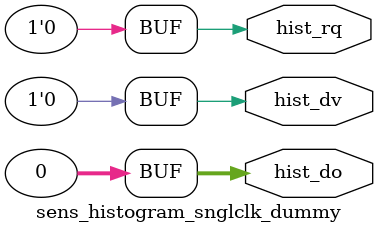
<source format=v>
/*******************************************************************************
 * Module: sens_histogram_snglclk
 * Date:2015-10-21  
 * Author: Andrey Filippov     
 * Description: Calculates per-color histogram over the specified rectangular region.
 *              Modified from the original sens_histogram to avoid using double
 *              frequency clock
 *
 * Copyright (c) 2015 Elphel, Inc.
 * sens_histogram_snglclk.v is free software; you can redistribute it and/or modify
 * it under the terms of the GNU General Public License as published by
 * the Free Software Foundation, either version 3 of the License, or
 * (at your option) any later version.
 *
 *  sens_histogram_snglclk.v is distributed in the hope that it will be useful,
 * but WITHOUT ANY WARRANTY; without even the implied warranty of
 * MERCHANTABILITY or FITNESS FOR A PARTICULAR PURPOSE.  See the
 * GNU General Public License for more details.
 *
 * You should have received a copy of the GNU General Public License
 * along with this program.  If not, see <http://www.gnu.org/licenses/> .
 *******************************************************************************/
`timescale 1ns/1ps

module  sens_histogram_snglclk #(
    parameter HISTOGRAM_RAM_MODE =     "BUF32", // valid: "NOBUF" (32-bits, no buffering - now is replaced by BUF32), "BUF18", "BUF32"
    parameter HISTOGRAM_ADDR =         'h33c,
    parameter HISTOGRAM_ADDR_MASK =    'h7fe,
    parameter HISTOGRAM_LEFT_TOP =     'h0,
    parameter HISTOGRAM_WIDTH_HEIGHT = 'h1, // 1.. 2^16, 0 - use HACT
    parameter [1:0] XOR_HIST_BAYER =  2'b00// 11 // invert bayer setting
`ifdef DEBUG_RING
        ,parameter DEBUG_CMD_LATENCY = 2 // SuppressThisWarning VEditor - not used
`endif        
    
)(
    input         mrst,      // @posedge mclk, sync reset
    input         prst,      // @posedge pclk, sync reset
    input         pclk,   // global clock input, pixel rate (96MHz for MT9P006)
//  input         pclk2x,
    input         sof,
    input         eof,
    input         hact,
    input   [7:0] hist_di, // 8-bit pixel data
    
    input         mclk,
    input         hist_en,  // @mclk - gracefully enable/disable histogram
    input         hist_rst, // @mclk - immediately disable if true
    output        hist_rq,
    input         hist_grant,
    output [31:0] hist_do,
    output reg    hist_dv,
    input   [7:0] cmd_ad,      // byte-serial command address/data (up to 6 bytes: AL-AH-D0-D1-D2-D3 
    input         cmd_stb      // strobe (with first byte) for the command a/d
//    , input         monochrome    // NOT supported in this implementation  - use software to sum
`ifdef DEBUG_RING       
    ,output                       debug_do, // output to the debug ring
     input                        debug_sl, // 0 - idle, (1,0) - shift, (1,1) - load // SuppressThisWarning VEditor - not used
     input                        debug_di  // input from the debug ring
`endif         
);
    
    localparam HIST_WIDTH = (HISTOGRAM_RAM_MODE == "BUF18") ? 18 : 32;
    reg         hist_bank_pclk;
    
    reg   [8:0] hist_rwaddr_even; // {bayer[1], pixel}
    reg   [8:0] hist_rwaddr_odd; // {bayer[1], pixel}
    
    reg         hist_bank_mclk;
    
    wire          set_left_top_w;
    wire          set_width_height_w;
     
    wire    [1:0] pio_addr;
    wire   [31:0] pio_data;
    wire          pio_stb;
    
    reg    [31:0] lt_mclk;   // left+top @ posedge mclk
    reg    [31:0] wh_mclk;   // width+height @ posedge mclk
    reg    [15:0] width_m1;  // @posedge pclk
    reg    [15:0] height_m1; // @posedge pclk 
    reg    [15:0] left;      // @posedge pclk
    reg    [15:0] top;       // @posedge pclk
    
    reg           hist_en_pclk;  // @pclk - gracefully enable/disable histogram
    reg           hist_rst_pclk; // @pclk - immediately disable if true
    reg           en;
    reg           en_new; // @ pclk - enable new frame
    
    reg           en_mclk;
    
    wire          set_left_top_pclk;
    wire          set_width_height_pclk;
//    reg           pclk_sync; // CE for pclk2x, ~=pclk
    reg           odd_pix;
    
    reg     [1:0] bayer_pclk;
    
    reg     [1:0] hact_d;
    
    reg           top_margin;   // above (before) active window
    reg           hist_done;    // @pclk single cycle
    wire          hist_done_mclk;
    reg           vert_woi;     // vertically in window TESTED ACTIVE
    reg           left_margin;  // left of (before) active window
//    reg    [2:0]  woi;          // @ pclk2x - inside WOI (and delayed
    reg    [6:0]  hor_woi;      // vertically in window and delayed
    reg    [15:0] vcntr;        // vertical (line) counter
    reg    [15:0] hcntr;        // horizontal (pixel) counter
    wire          vcntr_zero_w; // vertical counter is zero
    wire          hcntr_zero_w; // horizontal counter is zero

    reg           hist_out; // some data yet to be sent out
    reg           hist_out_d;
    reg     [2:0] hist_re;
    reg           hist_re_even;
    reg           hist_re_odd;
    reg     [9:0] hist_raddr;
    reg           hist_rq_r;
    wire          hist_xfer_done_mclk; //@ mclk
    wire          hist_xfer_done; // @pclk
    reg           hist_xfer_busy; // @pclk, during histogram readout , immediately after woi (no gaps)
    reg           wait_readout;   // only used in NOBUF mode, in outher modes readout is expected to be always finished in time
    
`ifdef DEBUG_RING
    reg    [15:0] debug_line_cntr;
    reg    [15:0] debug_lines;
`endif    
    
    assign set_left_top_w =     pio_stb && (pio_addr == HISTOGRAM_LEFT_TOP );
    assign set_width_height_w = pio_stb && (pio_addr == HISTOGRAM_WIDTH_HEIGHT );
    assign vcntr_zero_w =      !(|vcntr);
    assign hcntr_zero_w =      !(|hcntr);

    assign hist_rq = hist_rq_r;
    assign hist_xfer_done_mclk = hist_out_d && !hist_out && hist_en;

    wire       line_start_w = hact && !hact_d[0]; // // tested active
    reg        pre_first_line;
    reg        frame_active; // until done
    
`ifdef DEBUG_RING
    always @ (posedge pclk) begin
        if      (sof)          debug_line_cntr <= 0;
        else if (line_start_w) debug_line_cntr <= debug_line_cntr + 1;
        
        if      (sof)          debug_lines <= debug_line_cntr;
    end
`endif    
    
    always @ (posedge mclk) begin
        if (set_left_top_w)     lt_mclk <= pio_data;
        if (set_width_height_w) wh_mclk <= pio_data;
    end
    
    always @ (posedge pclk) begin
        if (set_left_top_pclk)     {top,left} <= lt_mclk[31:0];
        if (set_width_height_pclk) {height_m1,width_m1} <= wh_mclk[31:0];
    end
    
    // process WOI
    always @ (posedge pclk) begin
        hact_d <= {hact_d[0],hact};
        if      (!en)           pre_first_line <= 0;
        else if (sof && en_new) pre_first_line <= 1;
        else if (hact)          pre_first_line <= 0;
    
        if      (!en)                         top_margin <= 0;
        else if (sof && en_new)               top_margin <= 1;
        else if (vcntr_zero_w & line_start_w) top_margin <= 0;
        
        if (!en ||(pre_first_line && !hact))  vert_woi <= 0;
        else if (vcntr_zero_w & line_start_w) vert_woi <= top_margin;
        
        hist_done <= vert_woi && (eof || (vcntr_zero_w && line_start_w)); // hist done never asserted, line_start_w - active
        
        if   (!en || hist_done)               frame_active <= 0;
        else if (sof && en_new)               frame_active <= 1;
        
        
        if ((pre_first_line && !hact) || !frame_active) vcntr <= top;
        else if (line_start_w)                          vcntr <= vcntr_zero_w ? height_m1 : (vcntr - 1);
        
        if (!frame_active)                    left_margin <= 0;
        else if (!hact_d[0])                  left_margin <= 1;
        else if (hcntr_zero_w)                left_margin <= 0;

        // !hact_d[0] to limit by right margin if window is set wrong
        
        if (!vert_woi || wait_readout || !hact_d[0]) hor_woi[0] <= 0; // postpone WOI if reading out/erasing histogram (no-buffer mode)
        else if (hcntr_zero_w)                       hor_woi[0] <= left_margin && vert_woi;

        hor_woi[6:1] <= hor_woi[5:0];
        
        if      (!hact_d[0])                     hcntr <= left;
        else if (hcntr_zero_w && left_margin)    hcntr <= width_m1;
        else if (left_margin || hor_woi[0])      hcntr <= hcntr - 1;
        
        if      (!en)                                          hist_bank_pclk <= 0;
       //else if (hist_done && (HISTOGRAM_RAM_MODE != "NOBUF")) hist_bank_pclk <= !hist_bank_pclk;// NOT applicable in this module
        else  if (hist_done)                                   hist_bank_pclk <= !hist_bank_pclk;
        // hist_xfer_busy to extend en
        if      (!en)                      hist_xfer_busy <= 0;
        else if (hist_xfer_done)           hist_xfer_busy <= 0;
        else if (vcntr_zero_w && vert_woi) hist_xfer_busy <= 1;
        
        hist_en_pclk <= hist_en;
        hist_rst_pclk <= hist_rst;
        
        if      (hist_rst_pclk)                               en <= 0;
        else if (hist_en_pclk)                                en <= 1;
        else if (!top_margin && !vert_woi && !hist_xfer_busy) en <= 0;
        
        en_new <= !hist_rst_pclk && hist_en_pclk;

        if (!hact && hact_d[0])      bayer_pclk[1] <= !bayer_pclk[1];
        else if (pre_first_line && !hact) bayer_pclk[1] <= XOR_HIST_BAYER[1];

        if (!hact)                        bayer_pclk[0] <= XOR_HIST_BAYER[0];
        else                              bayer_pclk[0] <= ~bayer_pclk[0]; 

    end
    
//    assign hlstart = hcntr_zero_w && left_margin && hact_d[0];
    reg     [6:0] memen_even;
    reg     [6:0] memen_odd;
    wire          set_ra_even = memen_even[0];
    wire          regen_even =  memen_even[2];
    wire          set_wa_even = memen_even[5];
    wire          we_even =     memen_even[6];
    wire          set_ra_odd =  memen_odd[0];
    wire          regen_odd =   memen_odd[2];
    wire          set_wa_odd =  memen_odd[5];
    wire          we_odd =      memen_odd[6];

    reg           rwen_even; // re or we
    reg           rwen_odd; // re or we

    wire    [7:0] px_d0; // px delayed to match hor_woi (2 cycles)
    wire    [7:0] px_d2; // px delayed by 2 cycles from px_d0
    wire    [7:0] px_d4; // px delayed by 2 cycles from px_d2
    wire    [7:0] px_d5; // px delayed by 1 cycle  from px_d4
    
    reg  [HIST_WIDTH -1 :0] r0;
    reg  [HIST_WIDTH -1 :0] r1;
    reg                     r1_sat; // only used in 18-bit mode
    reg  [HIST_WIDTH -1 :0] r2;
    reg  [HIST_WIDTH -1 :0] r3;
    wire [HIST_WIDTH -1 :0] hist_new_even; // data (to increment) read from the histogram memory, even pixels
    wire [HIST_WIDTH -1 :0] hist_new_odd; // data (to increment) read from the histogram memory, odd pixels
    reg               [3:0] r_load;       // load r0-r1-r2-r3 registers
    reg                     r0_sel;     // select odd/even for r0 (other option possible)
    reg                     eq_prev_prev;    // pixel equals one before previous of the same color
    wire                    eq_prev_prev_d2; // eq_prev_prev delayed by 2 clocks to select r1 source
    reg                     eq_prev;         // pixel equals  previous of the same color
    wire                    eq_prev_d3;      // eq_prev delayed by 3 clocks to select r1 source
//    wire                    start_hor_woi = hcntr_zero_w && left_margin && vert_woi;
        
    
    // hist_di is 2 cycles ahead of hor_woi
    always @(posedge pclk) begin

        if (!hist_en_pclk || !(|hor_woi)) odd_pix <= 0;
        else                              odd_pix <= ~odd_pix;
        
        if (!hist_en_pclk || !((XOR_HIST_BAYER[0] ^ left[0])? hor_woi[1] : hor_woi[0])) memen_even[0] <= 0;
        else                                                                            memen_even[0] <= ~memen_even[0];
        
        memen_even[6:1] <= memen_even[5:0];
         
        if (!hist_en_pclk || !((XOR_HIST_BAYER[0] ^ left[0])? hor_woi[0] : hor_woi[1])) memen_odd[0]  <= 0;
        else                                                                            memen_odd[0]  <= ~memen_odd[0];
        
        memen_odd[6:1] <= memen_odd[5:0];

        if (hor_woi[1:0] == 2'b01) hist_rwaddr_even[8] <= bayer_pclk[1];
        if (hor_woi[1:0] == 2'b01) hist_rwaddr_odd[8]  <= bayer_pclk[1];
        
        if      (set_ra_even) hist_rwaddr_even[7:0] <= px_d0;
        else if (set_wa_even) hist_rwaddr_even[7:0] <= px_d5;
            
        if      (set_ra_odd)  hist_rwaddr_odd[7:0] <= px_d0;
        else if (set_wa_odd)  hist_rwaddr_odd[7:0] <= px_d5;
        
        rwen_even <= memen_even[0] || memen_even[5];
        rwen_odd  <=  memen_odd[0] ||  memen_odd[5];
        
        r_load <= {r_load[2:0], regen_even | regen_odd};
        r0_sel <= regen_odd;
        
        eq_prev_prev <= hor_woi[4] && (px_d4 == px_d0);

        eq_prev <=      hor_woi[2] && (px_d2 == px_d0);
        
        if (r_load[0]) r0 <=     eq_prev_prev_d2 ? r3 : (r0_sel ? hist_new_odd : hist_new_even);
        
        if (r_load[1]) r1 <=     eq_prev_d3 ?      r2 : r0;

        if (r_load[1]) r1_sat <= eq_prev_d3 ?  (&r2) : (&r0);
        
        if (r_load[2]) r2 <=     ((HISTOGRAM_RAM_MODE != "BUF18") || !r1_sat) ?  (r1 + 1) : r1;

        if (r_load[3]) r3 <=     r2;

    end    

    // after hist_out was off, require inactive grant before sending rq
    reg en_rq_start;
    
    always @ (posedge mclk) begin
        en_mclk <= en;
        if      (!en_mclk)       hist_out <= 0;
        else if (hist_done_mclk) hist_out <= 1;
        else if (&hist_raddr)    hist_out <= 0;
        
        hist_out_d <= hist_out;
        // reset address each time new transfer is started
        if      (!hist_out)  hist_raddr <= 0;
        else if (hist_re[0]) hist_raddr <= hist_raddr + 1;
        
// prevent starting rq if grant is still on (back-to-back)
        if      (!hist_out)   en_rq_start <= 0;
        else if (!hist_grant) en_rq_start <= 1;
        hist_rq_r <= en_mclk && hist_out && !(&hist_raddr) && en_rq_start;
        
        if      (!hist_out || (&hist_raddr[7:0])) hist_re[0] <= 0;
        else if (hist_grant)                      hist_re[0] <= 1;
        
        hist_re[2:1] <= hist_re[1:0];
//    reg           hist_re_even;
//    reg           hist_re_odd;

        if      (!hist_out || (&hist_raddr[7:0])) hist_re_even <= 0;
        else if (hist_grant && !hist_re[0])       hist_re_even <= !hist_raddr[8];
        
        if      (!hist_out || (&hist_raddr[7:0])) hist_re_odd <=  0;
        else if (hist_grant && !hist_re[0])       hist_re_odd <=  hist_raddr[8];

//        if      (!hist_out || (&hist_raddr[7:1])) hist_re_even_odd[0] <= 0;
//        else if (hist_re[0])                      hist_re_even_odd[0] <= ~hist_re_even_odd[0];
//        else if (hist_grant)                      hist_re_even_odd[0] <= 1; // hist_re[0] == 0 here
        
        if      (!en_mclk)                                               hist_bank_mclk <= 0;
        // else if (hist_xfer_done_mclk && (HISTOGRAM_RAM_MODE != "NOBUF")) hist_bank_mclk <= !hist_bank_mclk; // Not applicable in this module
        else if (hist_xfer_done_mclk)                                   hist_bank_mclk <= !hist_bank_mclk;
    
        hist_dv <= hist_re[2];
    
    end
    
    always @ (posedge pclk) begin
        if      (!en)                                          wait_readout <= 0;
        // else if ((HISTOGRAM_RAM_MODE == "NOBUF") && hist_done) wait_readout <= 1; // Not applicable in this module
        else if (hist_xfer_done)                               wait_readout <= 0;
    
    end

`ifdef DEBUG_RING
    debug_slave #(
        .SHIFT_WIDTH       (64),
        .READ_WIDTH        (64),
        .WRITE_WIDTH       (32),
        .DEBUG_CMD_LATENCY (DEBUG_CMD_LATENCY)
    ) debug_slave_i (
        .mclk       (mclk),     // input
        .mrst       (mrst),     // input
        .debug_di   (debug_di), // input
        .debug_sl   (debug_sl), // input
        .debug_do   (debug_do), // output
        .rd_data   ({debug_lines[15:0], debug_line_cntr[15:0], width_m1[15:0],  hcntr[15:0]}), // input[31:0] 
        .wr_data    (), // output[31:0]  - not used
        .stb        () // output  - not used
    );
`endif
    
    cmd_deser #(
        .ADDR        (HISTOGRAM_ADDR),
        .ADDR_MASK   (HISTOGRAM_ADDR_MASK),
        .NUM_CYCLES  (6),
        .ADDR_WIDTH  (2),
        .DATA_WIDTH  (32),
        .ADDR1       (0),
        .ADDR_MASK1  (0),
        .ADDR2       (0),
        .ADDR_MASK2  (0)
    ) cmd_deser_sens_histogram_i (
        .rst         (1'b0), // input
        .clk         (mclk), // input
        .srst        (mrst), // input
        .ad          (cmd_ad), // input[7:0] 
        .stb         (cmd_stb), // input
        .addr        (pio_addr), // output[15:0] 
        .data        (pio_data), // output[31:0] 
        .we          (pio_stb) // output
    );
    
    dly_16 #(
        .WIDTH(8)
    ) dly_16_px_dly0_i (
        .clk  (pclk),    // input
        .rst  (prst),    // input
        .dly  (4'h2),    // input[3:0] 
        .din  (hist_di), // input[0:0] 
        .dout (px_d0)    // output[0:0] 
    );
    
    dly_16 #(
        .WIDTH(8)
    ) dly_16_px_dly2_i (
        .clk  (pclk),    // input
        .rst  (prst),    // input
        .dly  (4'h1),    // input[3:0] 
        .din  (px_d0),   // input[0:0] 
        .dout (px_d2)    // output[0:0] 
    );
    
    dly_16 #(
        .WIDTH(8)
    ) dly_16_px_dly4_i (
        .clk  (pclk),    // input
        .rst  (prst),    // input
        .dly  (4'h1),    // input[3:0] 
        .din  (px_d2),   // input[0:0] 
        .dout (px_d4)    // output[0:0] 
    );
    
    dly_16 #(
        .WIDTH(8)
    ) dly_16_px_dly5_i (
        .clk  (pclk),    // input
        .rst  (prst),    // input
        .dly  (4'h0),    // input[3:0] 
        .din  (px_d4),   // input[0:0] 
        .dout (px_d5)    // output[0:0] 
    );
    
    dly_16 #(
        .WIDTH(1)
    ) dly_16_eq_prev_prev_d2_i (
        .clk  (pclk),           // input
        .rst  (prst),           // input
        .dly  (4'h1),           // input[3:0] 
        .din  (eq_prev_prev),   // input[0:0] 
        .dout (eq_prev_prev_d2) // output[0:0] 
    );
    
    dly_16 #(
        .WIDTH(1)
    ) dly_16_eq_prev_d3_i (
        .clk  (pclk),           // input
        .rst  (prst),           // input
        .dly  (4'h2),           // input[3:0] 
        .din  (eq_prev),        // input[0:0] 
        .dout (eq_prev_d3)      // output[0:0] 
    );
    
    
    pulse_cross_clock pulse_cross_clock_lt_i (
        .rst         (mrst), // input
        .src_clk     (mclk), // input
        .dst_clk     (pclk), // input
        .in_pulse    (set_left_top_w), // input
        .out_pulse   (set_left_top_pclk),    // output
        .busy() // output
    );
    
    pulse_cross_clock pulse_cross_clock_wh_i (
        .rst         (mrst), // input
        .src_clk     (mclk), // input
        .dst_clk     (pclk), // input
        .in_pulse    (set_width_height_w), // input
        .out_pulse   (set_width_height_pclk),    // output
        .busy() // output
    );
    
    pulse_cross_clock pulse_cross_clock_hist_done_i (
        .rst         (prst), // input
        .src_clk     (pclk), // input
        .dst_clk     (mclk), // input
        .in_pulse    (hist_done), // input
        .out_pulse   (hist_done_mclk),    // output
        .busy() // output
    );

    pulse_cross_clock pulse_cross_clock_hist_xfer_done_i (
        .rst         (mrst), // input
        .src_clk     (mclk), // input
        .dst_clk     (pclk), // input
        .in_pulse    (hist_xfer_done_mclk), // input
        .out_pulse   (hist_xfer_done),    // output
        .busy() // output
    );
    //TODO:  make it double cycle in timing

    // select between 18-bit wide histogram data using a single BRAM or 2 BRAMs having full 32 bits    
    generate
        if ((HISTOGRAM_RAM_MODE=="BUF32") || (HISTOGRAM_RAM_MODE=="NOBUF"))// impossible to use a two RAMB18E1 32-bit wide
            sens_hist_ram_snglclk_32 sens_hist_ram_snglclk_32_i (
                .pclk            (pclk), // input
                .addr_a_even     ({hist_bank_pclk, hist_rwaddr_even}),             // input[9:0] 
                .addr_a_odd      ({hist_bank_pclk, hist_rwaddr_odd}),              // input[9:0] 
                .data_in_a       (r2),                                             // input[31:0] 
                .data_out_a_even (hist_new_even),                                  // output[31:0] 
                .data_out_a_odd  (hist_new_odd),                                   // output[31:0] 
                .en_a_even       (rwen_even),                                      // input
                .en_a_odd        (rwen_odd),                                       // input
                .regen_a_even    (regen_even),                                     // input
                .regen_a_odd     (regen_odd),                                      // input
                .we_a_even       (we_even),                                        // input
                .we_a_odd        (we_odd),                                         // input
                .mclk            (mclk),                                           // input
                .addr_b          ({hist_bank_mclk,hist_raddr[9],hist_raddr[7:0]}), // input[9:0] 
                .data_out_b      (hist_do),                                        // output[31:0] reg 
                .re_even         (hist_re_even),                                   // input
                .re_odd          (hist_re_odd)                                     // input
            );
        else if (HISTOGRAM_RAM_MODE=="BUF18")
            sens_hist_ram_snglclk_18 sens_hist_ram_snglclk_18_i (
                .pclk            (pclk), // input
                .addr_a_even     ({hist_bank_pclk, hist_rwaddr_even}),             // input[9:0] 
                .addr_a_odd      ({hist_bank_pclk, hist_rwaddr_odd}),              // input[9:0] 
                .data_in_a       (r2[17:0]),                                       // input[31:0] 
                .data_out_a_even (hist_new_even[17:0]),                            // output[31:0] 
                .data_out_a_odd  (hist_new_odd[17:0]),                             // output[31:0] 
                .en_a_even       (rwen_even),                                      // input
                .en_a_odd        (rwen_odd),                                       // input
                .regen_a_even    (regen_even),                                     // input
                .regen_a_odd     (regen_odd),                                      // input
                .we_a_even       (we_even),                                        // input
                .we_a_odd        (we_odd),                                         // input
                .mclk            (mclk),                                           // input
                .addr_b          ({hist_bank_mclk,hist_raddr[9],hist_raddr[7:0]}), // input[9:0] 
                .data_out_b      (hist_do),                                        // output[31:0] reg 
                .re_even         (hist_re_even),                                   // input
                .re_odd          (hist_re_odd)                                     // input
            );
        
    endgenerate


endmodule

module sens_hist_ram_snglclk_32(
    input             pclk,
    input       [9:0] addr_a_even,
    input       [9:0] addr_a_odd,
    input      [31:0] data_in_a,
    output     [31:0] data_out_a_even,
    output     [31:0] data_out_a_odd,
    input             en_a_even,
    input             en_a_odd,
    input             regen_a_even,
    input             regen_a_odd,
    input             we_a_even,
    input             we_a_odd,
    
    input             mclk,
    input       [9:0] addr_b,
    output reg [31:0] data_out_b,
    input             re_even,
    input             re_odd
);
    reg   re_even_d;
    reg   re_odd_d;
    reg   odd;
    wire [31:0] data_out_b_w_even;
    wire [31:0] data_out_b_w_odd;
    always @(posedge mclk) begin
        re_even_d <=  re_even;
        re_odd_d <=   re_odd;
        odd <=        re_odd;
        data_out_b <= odd ? data_out_b_w_odd : data_out_b_w_even;
    end
    
    ramt_var_w_var_r #(
        .REGISTERS_A(1),
        .REGISTERS_B(1),
        .LOG2WIDTH_A(5),
        .LOG2WIDTH_B(5),
        .WRITE_MODE_A("NO_CHANGE"),
        .WRITE_MODE_B("READ_FIRST")
    ) ramt_var_w_var_r_even_i (
        .clk_a      (pclk),                                 // input
        .addr_a     (addr_a_even),                          // input[10:0] 
        .en_a       (en_a_even),                            // input
        .regen_a    (regen_a_even),                         // input
        .we_a       (we_a_even),                            // input
        .data_out_a (data_out_a_even),                      // output[15:0] 
        .data_in_a  (data_in_a),                            // input[15:0] 
        .clk_b      (mclk),                                 // input
        .addr_b     (addr_b),     // input[10:0] 
        .en_b       (re_even),                              // input
        .regen_b    (re_even_d),                            // input
        .we_b       (1'b1),                                 // input
        .data_out_b (data_out_b_w_even),                    // output[15:0] 
        .data_in_b  (32'b0)                                 // input[15:0] 
    );

    ramt_var_w_var_r #(
        .REGISTERS_A(1),
        .REGISTERS_B(1),
        .LOG2WIDTH_A(5),
        .LOG2WIDTH_B(5),
        .WRITE_MODE_A("NO_CHANGE"),
        .WRITE_MODE_B("READ_FIRST")
    ) ramt_var_w_var_r_odd_i (
        .clk_a      (pclk),                                 // input
        .addr_a     (addr_a_odd),                           // input[10:0] 
        .en_a       (en_a_odd),                             // input
        .regen_a    (regen_a_odd),                          // input
        .we_a       (we_a_odd),                             // input
        .data_out_a (data_out_a_odd),                       // output[15:0] 
        .data_in_a  (data_in_a),                            // input[15:0] 
        .clk_b      (mclk),                                 // input
        .addr_b     (addr_b),                               // input[10:0] 
        .en_b       (re_odd),                               // input
        .regen_b    (re_odd_d),                             // input
        .we_b       (1'b1),                                 // input
        .data_out_b (data_out_b_w_odd),                     // output[15:0] 
        .data_in_b  (32'b0)                                 // input[15:0] 
    );

endmodule


module sens_hist_ram_snglclk_18(
    input             pclk,
    input       [9:0] addr_a_even,
    input       [9:0] addr_a_odd,
    input      [17:0] data_in_a,
    output     [17:0] data_out_a_even,
    output     [17:0] data_out_a_odd,
    input             en_a_even,
    input             en_a_odd,
    input             regen_a_even,
    input             regen_a_odd,
    input             we_a_even,
    input             we_a_odd,
    
    input             mclk,
    input       [9:0] addr_b,
    output reg [31:0] data_out_b,
    input             re_even,
    input             re_odd
);
    reg   re_even_d;
    reg   re_odd_d;
    reg   odd;
    wire [17:0] data_out_b_w_even;
    wire [17:0] data_out_b_w_odd;
    always @(posedge mclk) begin
        re_even_d <=  re_even;
        re_odd_d <=   re_odd;
        odd <=        re_odd;
        data_out_b <= {14'b0,(odd ? data_out_b_w_odd : data_out_b_w_even)};
    end
    
    ram18tp_var_w_var_r #(
        .REGISTERS_A(1),
        .REGISTERS_B(1),
        .LOG2WIDTH_A(4),
        .LOG2WIDTH_B(4),
        .WRITE_MODE_A("NO_CHANGE"),
        .WRITE_MODE_B("READ_FIRST")
    ) ramt_var_w_var_r_even_i (
        .clk_a      (pclk),                                 // input
        .addr_a     (addr_a_even),                          // input[10:0] 
        .en_a       (en_a_even),                            // input
        .regen_a    (regen_a_even),                         // input
        .we_a       (we_a_even),                            // input
        .data_out_a (data_out_a_even),                      // output[15:0] 
        .data_in_a  (data_in_a),                            // input[15:0] 
        .clk_b      (mclk),                                 // input
        .addr_b     (addr_b),                               // input[10:0] 
        .en_b       (re_even),                              // input
        .regen_b    (re_even_d),                            // input
        .we_b       (1'b1),                                 // input
        .data_out_b (data_out_b_w_even),                    // output[15:0] 
        .data_in_b  (18'b0)                                 // input[15:0] 
    );

    ram18tp_var_w_var_r #(
        .REGISTERS_A(1),
        .REGISTERS_B(1),
        .LOG2WIDTH_A(4),
        .LOG2WIDTH_B(4),
        .WRITE_MODE_A("NO_CHANGE"),
        .WRITE_MODE_B("READ_FIRST")
    ) ramt_var_w_var_r_odd_i (
        .clk_a      (pclk),                                 // input
        .addr_a     (addr_a_odd),                           // input[10:0] 
        .en_a       (en_a_odd),                             // input
        .regen_a    (regen_a_odd),                          // input
        .we_a       (we_a_odd),                             // input
        .data_out_a (data_out_a_odd),                       // output[15:0] 
        .data_in_a  (data_in_a),                            // input[15:0] 
        .clk_b      (mclk),                                 // input
        .addr_b     (addr_b),                               // input[10:0] 
        .en_b       (re_odd),                               // input
        .regen_b    (re_odd_d),                             // input
        .we_b       (1'b1),                                 // input
        .data_out_b (data_out_b_w_odd),                     // output[15:0] 
        .data_in_b  (18'b0)                                 // input[15:0] 
    );

endmodule

module  sens_histogram_snglclk_dummy(
    output        hist_rq,
    output [31:0] hist_do,
    output        hist_dv
`ifdef DEBUG_RING       
    , output debug_do,
    input    debug_di
`endif         
);
    assign         hist_rq = 0;
    assign         hist_do = 0;
    assign         hist_dv = 0;
`ifdef DEBUG_RING       
    assign  debug_do =  debug_di;
`endif         
    
endmodule
</source>
